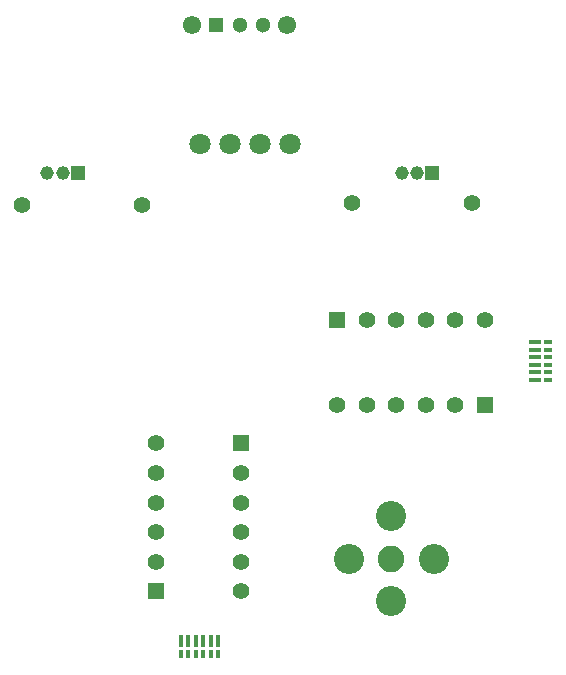
<source format=gbr>
%TF.GenerationSoftware,Altium Limited,Altium Designer,23.3.1 (30)*%
G04 Layer_Color=255*
%FSLAX45Y45*%
%MOMM*%
%TF.SameCoordinates,3FCD108A-851F-4062-9BED-621BEB009867*%
%TF.FilePolarity,Positive*%
%TF.FileFunction,Pads,Top*%
%TF.Part,Single*%
G01*
G75*
%TA.AperFunction,SMDPad,CuDef*%
%ADD11R,0.38100X0.76200*%
%ADD12R,0.38100X1.01600*%
%ADD13R,0.76200X0.38100*%
%ADD14R,1.01600X0.38100*%
%TA.AperFunction,ComponentPad*%
%ADD22C,1.80000*%
%ADD23C,1.40000*%
%ADD24C,1.55000*%
%ADD25C,1.30000*%
%ADD26R,1.30000X1.30000*%
%ADD27R,1.40000X1.40000*%
%ADD28R,1.40000X1.40000*%
%ADD29C,2.25000*%
%ADD30C,2.55000*%
%ADD31R,1.15000X1.15000*%
%ADD32C,1.15000*%
D11*
X4433833Y1144500D02*
D03*
X4497332D02*
D03*
X4560833Y1144499D02*
D03*
X4624333Y1144500D02*
D03*
X4687833D02*
D03*
X4751333D02*
D03*
D12*
X4433833Y1258800D02*
D03*
X4497333D02*
D03*
X4560833Y1258800D02*
D03*
X4624333Y1258800D02*
D03*
X4687832Y1258800D02*
D03*
X4751333Y1258800D02*
D03*
D13*
X7542301Y3468633D02*
D03*
X7542300Y3532133D02*
D03*
Y3595633D02*
D03*
X7542301Y3659133D02*
D03*
Y3722633D02*
D03*
Y3786132D02*
D03*
D14*
X7428000Y3468633D02*
D03*
Y3532133D02*
D03*
X7428000Y3595633D02*
D03*
X7428000Y3659133D02*
D03*
X7428000Y3722632D02*
D03*
X7428000Y3786133D02*
D03*
D22*
X5359400Y5466574D02*
D03*
X5105400D02*
D03*
X4851400Y5466574D02*
D03*
X4597400Y5466574D02*
D03*
D23*
X5880100Y4965700D02*
D03*
X6896100D02*
D03*
X3086100Y4953000D02*
D03*
X4102100D02*
D03*
X4943691Y2680484D02*
D03*
Y2430484D02*
D03*
Y2180484D02*
D03*
Y1930484D02*
D03*
Y1680484D02*
D03*
X4221375Y1930485D02*
D03*
X4221376Y2180484D02*
D03*
Y2430484D02*
D03*
Y2680484D02*
D03*
Y2930484D02*
D03*
X6006316Y3978491D02*
D03*
X6256316D02*
D03*
X6506316D02*
D03*
X6756316Y3978490D02*
D03*
X7006316Y3978491D02*
D03*
X6756315Y3256175D02*
D03*
X6506316Y3256176D02*
D03*
X6256316Y3256175D02*
D03*
X6006316Y3256176D02*
D03*
X5756316Y3256176D02*
D03*
D24*
X5330799Y6477001D02*
D03*
X4530800Y6477000D02*
D03*
D25*
X5130800Y6477000D02*
D03*
X4930800Y6477000D02*
D03*
D26*
X4730800D02*
D03*
D27*
X4943691Y2930484D02*
D03*
X4221376Y1680484D02*
D03*
D28*
X5756316Y3978491D02*
D03*
X7006316Y3256175D02*
D03*
D29*
X6216614Y1954349D02*
D03*
D30*
X5857403Y1954349D02*
D03*
X6216615Y1595138D02*
D03*
X6575826Y1954347D02*
D03*
X6216615Y2313559D02*
D03*
D31*
X3563379Y5223363D02*
D03*
X6563379D02*
D03*
D32*
X3433379Y5223363D02*
D03*
X3303379D02*
D03*
X6303380D02*
D03*
X6433379Y5223363D02*
D03*
%TF.MD5,b1a22a3fddb86e0cc298b3f7efaee29f*%
M02*

</source>
